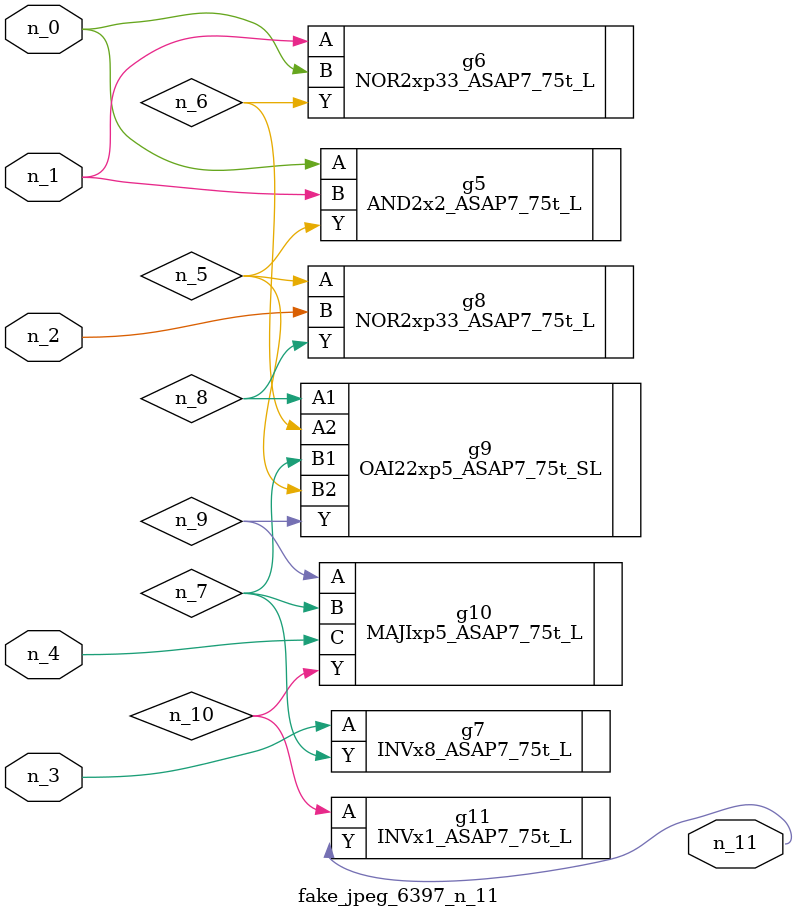
<source format=v>
module fake_jpeg_6397_n_11 (n_3, n_2, n_1, n_0, n_4, n_11);

input n_3;
input n_2;
input n_1;
input n_0;
input n_4;

output n_11;

wire n_10;
wire n_8;
wire n_9;
wire n_6;
wire n_5;
wire n_7;

AND2x2_ASAP7_75t_L g5 ( 
.A(n_0),
.B(n_1),
.Y(n_5)
);

NOR2xp33_ASAP7_75t_L g6 ( 
.A(n_1),
.B(n_0),
.Y(n_6)
);

INVx8_ASAP7_75t_L g7 ( 
.A(n_3),
.Y(n_7)
);

NOR2xp33_ASAP7_75t_L g8 ( 
.A(n_5),
.B(n_2),
.Y(n_8)
);

OAI22xp5_ASAP7_75t_SL g9 ( 
.A1(n_8),
.A2(n_6),
.B1(n_7),
.B2(n_5),
.Y(n_9)
);

MAJIxp5_ASAP7_75t_L g10 ( 
.A(n_9),
.B(n_7),
.C(n_4),
.Y(n_10)
);

INVx1_ASAP7_75t_L g11 ( 
.A(n_10),
.Y(n_11)
);


endmodule
</source>
